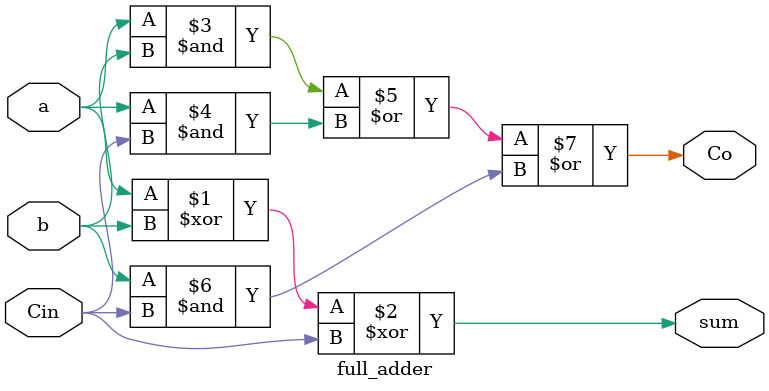
<source format=v>
module adder_16bit (
    input wire [15:0] a,
    input wire [15:0] b,
    input wire Cin,
    output wire [15:0] y,
    output wire Co
);
    // Define internal wires for the 8-bit adders
    wire [7:0] sum_low, sum_high;
    wire carry_low, carry_high;

    // Instantiate the 8-bit adder for the lower 8 bits
    adder_8bit adder_low (
        .a(a[7:0]),
        .b(b[7:0]),
        .Cin(Cin),
        .y(sum_low),
        .Co(carry_low)
    );

    // Instantiate the 8-bit adder for the higher 8 bits
    adder_8bit adder_high (
        .a(a[15:8]),
        .b(b[15:8]),
        .Cin(carry_low),
        .y(sum_high),
        .Co(carry_high)
    );

    // Combine the results from the two 8-bit adders
    assign y = {sum_high, sum_low};
    assign Co = carry_high;

endmodule

// Define the 8-bit full adder module
module adder_8bit (
    input wire [7:0] a,
    input wire [7:0] b,
    input wire Cin,
    output wire [7:0] y,
    output wire Co
);
    wire [7:0] carry;

    // Full adder for each bit
    genvar i;
    generate
        for (i = 0; i < 8; i = i + 1) begin : bit_adder
            full_adder fa (
                .a(a[i]),
                .b(b[i]),
                .Cin((i == 0) ? Cin : carry[i-1]),
                .sum(y[i]),
                .Co(carry[i])
            );
        end
    endgenerate

    // The final carry out is the carry from the last bit
    assign Co = carry[7];

endmodule

// Define the full adder module
module full_adder (
    input wire a,
    input wire b,
    input wire Cin,
    output wire sum,
    output wire Co
);
    // Sum is the XOR of the three inputs
    assign sum = a ^ b ^ Cin;
    // Carry out is the OR of the ANDs of the inputs
    assign Co = (a & b) | (a & Cin) | (b & Cin);
endmodule
</source>
